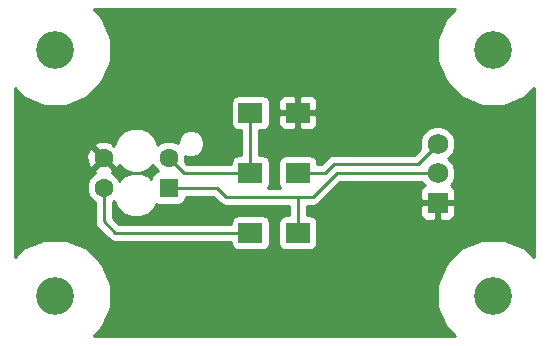
<source format=gbr>
G04 #@! TF.FileFunction,Copper,L1,Top,Signal*
%FSLAX46Y46*%
G04 Gerber Fmt 4.6, Leading zero omitted, Abs format (unit mm)*
G04 Created by KiCad (PCBNEW 4.0.3+e1-6302~38~ubuntu15.04.1-stable) date Sun Sep 11 23:38:22 2016*
%MOMM*%
%LPD*%
G01*
G04 APERTURE LIST*
%ADD10C,0.100000*%
%ADD11C,3.200000*%
%ADD12R,2.000000X1.700000*%
%ADD13R,1.600000X1.600000*%
%ADD14C,1.600000*%
%ADD15R,1.750000X1.750000*%
%ADD16C,1.750000*%
%ADD17C,0.250000*%
%ADD18C,0.254000*%
G04 APERTURE END LIST*
D10*
D11*
X132842000Y-87376000D03*
X169926000Y-87376000D03*
X132842000Y-108204000D03*
X169926000Y-108204000D03*
D12*
X149384000Y-92710000D03*
X153384000Y-92710000D03*
X153384000Y-97790000D03*
X149384000Y-97790000D03*
X153384000Y-102870000D03*
X149384000Y-102870000D03*
D13*
X142450000Y-99060000D03*
D14*
X142450000Y-96520000D03*
X136950000Y-96520000D03*
X136950000Y-99060000D03*
D15*
X165227000Y-100330000D03*
D16*
X165227000Y-97830000D03*
X165227000Y-95330000D03*
D17*
X149384000Y-97790000D02*
X143720000Y-97790000D01*
X143720000Y-97790000D02*
X142450000Y-96520000D01*
X149384000Y-97790000D02*
X149384000Y-92710000D01*
X149384000Y-102870000D02*
X137922000Y-102870000D01*
X136950000Y-101898000D02*
X136950000Y-99060000D01*
X137922000Y-102870000D02*
X136950000Y-101898000D01*
X165227000Y-95330000D02*
X165227000Y-95374998D01*
X165227000Y-95374998D02*
X163573998Y-97028000D01*
X163573998Y-97028000D02*
X156464000Y-97028000D01*
X155194000Y-97790000D02*
X155702000Y-97790000D01*
X155702000Y-97790000D02*
X156464000Y-97028000D01*
X153384000Y-97790000D02*
X155194000Y-97790000D01*
X165227000Y-97830000D02*
X156678000Y-97830000D01*
X156678000Y-97830000D02*
X155956000Y-98552000D01*
X147320000Y-99822000D02*
X153384000Y-99822000D01*
X146558000Y-99060000D02*
X147320000Y-99822000D01*
X142450000Y-99060000D02*
X146558000Y-99060000D01*
X153384000Y-101346000D02*
X153384000Y-99822000D01*
X153384000Y-99822000D02*
X154686000Y-99822000D01*
X154686000Y-99822000D02*
X155956000Y-98552000D01*
X153384000Y-102870000D02*
X153384000Y-101346000D01*
D18*
G36*
X165920981Y-84694874D02*
X165199823Y-86431617D01*
X165198182Y-88312133D01*
X165916308Y-90050132D01*
X167244874Y-91381019D01*
X168981617Y-92102177D01*
X170862133Y-92103818D01*
X172600132Y-91385692D01*
X173355000Y-90632141D01*
X173355000Y-104948161D01*
X172607126Y-104198981D01*
X170870383Y-103477823D01*
X168989867Y-103476182D01*
X167251868Y-104194308D01*
X165920981Y-105522874D01*
X165199823Y-107259617D01*
X165198182Y-109140133D01*
X165916308Y-110878132D01*
X166669859Y-111633000D01*
X136097839Y-111633000D01*
X136847019Y-110885126D01*
X137568177Y-109148383D01*
X137569818Y-107267867D01*
X136851692Y-105529868D01*
X135523126Y-104198981D01*
X133786383Y-103477823D01*
X131905867Y-103476182D01*
X130167868Y-104194308D01*
X129413000Y-104947859D01*
X129413000Y-99344187D01*
X135514752Y-99344187D01*
X135732757Y-99871800D01*
X136136077Y-100275824D01*
X136190000Y-100298215D01*
X136190000Y-101898000D01*
X136247852Y-102188839D01*
X136412599Y-102435401D01*
X137384599Y-103407401D01*
X137631161Y-103572148D01*
X137922000Y-103630000D01*
X147736560Y-103630000D01*
X147736560Y-103720000D01*
X147780838Y-103955317D01*
X147919910Y-104171441D01*
X148132110Y-104316431D01*
X148384000Y-104367440D01*
X150384000Y-104367440D01*
X150619317Y-104323162D01*
X150835441Y-104184090D01*
X150980431Y-103971890D01*
X151031440Y-103720000D01*
X151031440Y-102020000D01*
X150987162Y-101784683D01*
X150848090Y-101568559D01*
X150635890Y-101423569D01*
X150384000Y-101372560D01*
X148384000Y-101372560D01*
X148148683Y-101416838D01*
X147932559Y-101555910D01*
X147787569Y-101768110D01*
X147736560Y-102020000D01*
X147736560Y-102110000D01*
X138236802Y-102110000D01*
X137710000Y-101583198D01*
X137710000Y-100298646D01*
X137761800Y-100277243D01*
X137861817Y-100177400D01*
X138101043Y-100756372D01*
X138630839Y-101287093D01*
X139323405Y-101574672D01*
X140073305Y-101575326D01*
X140766372Y-101288957D01*
X141297093Y-100759161D01*
X141420883Y-100461043D01*
X141650000Y-100507440D01*
X143250000Y-100507440D01*
X143485317Y-100463162D01*
X143701441Y-100324090D01*
X143846431Y-100111890D01*
X143897440Y-99860000D01*
X143897440Y-99820000D01*
X146243198Y-99820000D01*
X146782599Y-100359401D01*
X147029161Y-100524148D01*
X147320000Y-100582000D01*
X152624000Y-100582000D01*
X152624000Y-101372560D01*
X152384000Y-101372560D01*
X152148683Y-101416838D01*
X151932559Y-101555910D01*
X151787569Y-101768110D01*
X151736560Y-102020000D01*
X151736560Y-103720000D01*
X151780838Y-103955317D01*
X151919910Y-104171441D01*
X152132110Y-104316431D01*
X152384000Y-104367440D01*
X154384000Y-104367440D01*
X154619317Y-104323162D01*
X154835441Y-104184090D01*
X154980431Y-103971890D01*
X155031440Y-103720000D01*
X155031440Y-102020000D01*
X154987162Y-101784683D01*
X154848090Y-101568559D01*
X154635890Y-101423569D01*
X154384000Y-101372560D01*
X154144000Y-101372560D01*
X154144000Y-100615750D01*
X163717000Y-100615750D01*
X163717000Y-101331309D01*
X163813673Y-101564698D01*
X163992301Y-101743327D01*
X164225690Y-101840000D01*
X164941250Y-101840000D01*
X165100000Y-101681250D01*
X165100000Y-100457000D01*
X165354000Y-100457000D01*
X165354000Y-101681250D01*
X165512750Y-101840000D01*
X166228310Y-101840000D01*
X166461699Y-101743327D01*
X166640327Y-101564698D01*
X166737000Y-101331309D01*
X166737000Y-100615750D01*
X166578250Y-100457000D01*
X165354000Y-100457000D01*
X165100000Y-100457000D01*
X163875750Y-100457000D01*
X163717000Y-100615750D01*
X154144000Y-100615750D01*
X154144000Y-100582000D01*
X154686000Y-100582000D01*
X154976839Y-100524148D01*
X155223401Y-100359401D01*
X156992802Y-98590000D01*
X163907203Y-98590000D01*
X163946138Y-98684229D01*
X164123802Y-98862203D01*
X163992301Y-98916673D01*
X163813673Y-99095302D01*
X163717000Y-99328691D01*
X163717000Y-100044250D01*
X163875750Y-100203000D01*
X165100000Y-100203000D01*
X165100000Y-100183000D01*
X165354000Y-100183000D01*
X165354000Y-100203000D01*
X166578250Y-100203000D01*
X166737000Y-100044250D01*
X166737000Y-99328691D01*
X166640327Y-99095302D01*
X166461699Y-98916673D01*
X166330286Y-98862240D01*
X166506370Y-98686463D01*
X166736738Y-98131675D01*
X166737262Y-97530960D01*
X166507862Y-96975771D01*
X166112464Y-96579682D01*
X166506370Y-96186463D01*
X166736738Y-95631675D01*
X166737262Y-95030960D01*
X166507862Y-94475771D01*
X166083463Y-94050630D01*
X165528675Y-93820262D01*
X164927960Y-93819738D01*
X164372771Y-94049138D01*
X163947630Y-94473537D01*
X163717262Y-95028325D01*
X163716738Y-95629040D01*
X163769781Y-95757415D01*
X163259196Y-96268000D01*
X156464000Y-96268000D01*
X156173161Y-96325852D01*
X155926599Y-96490599D01*
X155387198Y-97030000D01*
X155031440Y-97030000D01*
X155031440Y-96940000D01*
X154987162Y-96704683D01*
X154848090Y-96488559D01*
X154635890Y-96343569D01*
X154384000Y-96292560D01*
X152384000Y-96292560D01*
X152148683Y-96336838D01*
X151932559Y-96475910D01*
X151787569Y-96688110D01*
X151736560Y-96940000D01*
X151736560Y-98640000D01*
X151780838Y-98875317D01*
X151900965Y-99062000D01*
X150864200Y-99062000D01*
X150980431Y-98891890D01*
X151031440Y-98640000D01*
X151031440Y-96940000D01*
X150987162Y-96704683D01*
X150848090Y-96488559D01*
X150635890Y-96343569D01*
X150384000Y-96292560D01*
X150144000Y-96292560D01*
X150144000Y-94207440D01*
X150384000Y-94207440D01*
X150619317Y-94163162D01*
X150835441Y-94024090D01*
X150980431Y-93811890D01*
X151031440Y-93560000D01*
X151031440Y-92995750D01*
X151749000Y-92995750D01*
X151749000Y-93686310D01*
X151845673Y-93919699D01*
X152024302Y-94098327D01*
X152257691Y-94195000D01*
X153098250Y-94195000D01*
X153257000Y-94036250D01*
X153257000Y-92837000D01*
X153511000Y-92837000D01*
X153511000Y-94036250D01*
X153669750Y-94195000D01*
X154510309Y-94195000D01*
X154743698Y-94098327D01*
X154922327Y-93919699D01*
X155019000Y-93686310D01*
X155019000Y-92995750D01*
X154860250Y-92837000D01*
X153511000Y-92837000D01*
X153257000Y-92837000D01*
X151907750Y-92837000D01*
X151749000Y-92995750D01*
X151031440Y-92995750D01*
X151031440Y-91860000D01*
X151007674Y-91733690D01*
X151749000Y-91733690D01*
X151749000Y-92424250D01*
X151907750Y-92583000D01*
X153257000Y-92583000D01*
X153257000Y-91383750D01*
X153511000Y-91383750D01*
X153511000Y-92583000D01*
X154860250Y-92583000D01*
X155019000Y-92424250D01*
X155019000Y-91733690D01*
X154922327Y-91500301D01*
X154743698Y-91321673D01*
X154510309Y-91225000D01*
X153669750Y-91225000D01*
X153511000Y-91383750D01*
X153257000Y-91383750D01*
X153098250Y-91225000D01*
X152257691Y-91225000D01*
X152024302Y-91321673D01*
X151845673Y-91500301D01*
X151749000Y-91733690D01*
X151007674Y-91733690D01*
X150987162Y-91624683D01*
X150848090Y-91408559D01*
X150635890Y-91263569D01*
X150384000Y-91212560D01*
X148384000Y-91212560D01*
X148148683Y-91256838D01*
X147932559Y-91395910D01*
X147787569Y-91608110D01*
X147736560Y-91860000D01*
X147736560Y-93560000D01*
X147780838Y-93795317D01*
X147919910Y-94011441D01*
X148132110Y-94156431D01*
X148384000Y-94207440D01*
X148624000Y-94207440D01*
X148624000Y-96292560D01*
X148384000Y-96292560D01*
X148148683Y-96336838D01*
X147932559Y-96475910D01*
X147787569Y-96688110D01*
X147736560Y-96940000D01*
X147736560Y-97030000D01*
X144034802Y-97030000D01*
X143863256Y-96858454D01*
X143884750Y-96806691D01*
X143885126Y-96375927D01*
X144123244Y-96474803D01*
X144574775Y-96475197D01*
X144992086Y-96302767D01*
X145311645Y-95983765D01*
X145484803Y-95566756D01*
X145485197Y-95115225D01*
X145312767Y-94697914D01*
X144993765Y-94378355D01*
X144576756Y-94205197D01*
X144125225Y-94204803D01*
X143707914Y-94377233D01*
X143388355Y-94696235D01*
X143215197Y-95113244D01*
X143215048Y-95283881D01*
X142736691Y-95085250D01*
X142165813Y-95084752D01*
X141638200Y-95302757D01*
X141538183Y-95402600D01*
X141298957Y-94823628D01*
X140769161Y-94292907D01*
X140076595Y-94005328D01*
X139326695Y-94004674D01*
X138633628Y-94291043D01*
X138102907Y-94820839D01*
X137842554Y-95447838D01*
X137778139Y-95512253D01*
X137704005Y-95266136D01*
X137166777Y-95073035D01*
X136596546Y-95100222D01*
X136195995Y-95266136D01*
X136121861Y-95512255D01*
X136950000Y-96340395D01*
X136964142Y-96326252D01*
X137143748Y-96505858D01*
X137129605Y-96520000D01*
X137957745Y-97348139D01*
X138203864Y-97274005D01*
X138260587Y-97116195D01*
X138630839Y-97487093D01*
X139323405Y-97774672D01*
X140073305Y-97775326D01*
X140766372Y-97488957D01*
X141142536Y-97113449D01*
X141232757Y-97331800D01*
X141534688Y-97634258D01*
X141414683Y-97656838D01*
X141198559Y-97795910D01*
X141053569Y-98008110D01*
X141002560Y-98260000D01*
X141002560Y-98326714D01*
X140769161Y-98092907D01*
X140076595Y-97805328D01*
X139326695Y-97804674D01*
X138633628Y-98091043D01*
X138257464Y-98466551D01*
X138167243Y-98248200D01*
X137763923Y-97844176D01*
X137649232Y-97796552D01*
X137704005Y-97773864D01*
X137778139Y-97527745D01*
X136950000Y-96699605D01*
X136121861Y-97527745D01*
X136195995Y-97773864D01*
X136254254Y-97794805D01*
X136138200Y-97842757D01*
X135734176Y-98246077D01*
X135515250Y-98773309D01*
X135514752Y-99344187D01*
X129413000Y-99344187D01*
X129413000Y-96303223D01*
X135503035Y-96303223D01*
X135530222Y-96873454D01*
X135696136Y-97274005D01*
X135942255Y-97348139D01*
X136770395Y-96520000D01*
X135942255Y-95691861D01*
X135696136Y-95765995D01*
X135503035Y-96303223D01*
X129413000Y-96303223D01*
X129413000Y-90631839D01*
X130160874Y-91381019D01*
X131897617Y-92102177D01*
X133778133Y-92103818D01*
X135516132Y-91385692D01*
X136847019Y-90057126D01*
X137568177Y-88320383D01*
X137569818Y-86439867D01*
X136851692Y-84701868D01*
X136098141Y-83947000D01*
X166670161Y-83947000D01*
X165920981Y-84694874D01*
X165920981Y-84694874D01*
G37*
X165920981Y-84694874D02*
X165199823Y-86431617D01*
X165198182Y-88312133D01*
X165916308Y-90050132D01*
X167244874Y-91381019D01*
X168981617Y-92102177D01*
X170862133Y-92103818D01*
X172600132Y-91385692D01*
X173355000Y-90632141D01*
X173355000Y-104948161D01*
X172607126Y-104198981D01*
X170870383Y-103477823D01*
X168989867Y-103476182D01*
X167251868Y-104194308D01*
X165920981Y-105522874D01*
X165199823Y-107259617D01*
X165198182Y-109140133D01*
X165916308Y-110878132D01*
X166669859Y-111633000D01*
X136097839Y-111633000D01*
X136847019Y-110885126D01*
X137568177Y-109148383D01*
X137569818Y-107267867D01*
X136851692Y-105529868D01*
X135523126Y-104198981D01*
X133786383Y-103477823D01*
X131905867Y-103476182D01*
X130167868Y-104194308D01*
X129413000Y-104947859D01*
X129413000Y-99344187D01*
X135514752Y-99344187D01*
X135732757Y-99871800D01*
X136136077Y-100275824D01*
X136190000Y-100298215D01*
X136190000Y-101898000D01*
X136247852Y-102188839D01*
X136412599Y-102435401D01*
X137384599Y-103407401D01*
X137631161Y-103572148D01*
X137922000Y-103630000D01*
X147736560Y-103630000D01*
X147736560Y-103720000D01*
X147780838Y-103955317D01*
X147919910Y-104171441D01*
X148132110Y-104316431D01*
X148384000Y-104367440D01*
X150384000Y-104367440D01*
X150619317Y-104323162D01*
X150835441Y-104184090D01*
X150980431Y-103971890D01*
X151031440Y-103720000D01*
X151031440Y-102020000D01*
X150987162Y-101784683D01*
X150848090Y-101568559D01*
X150635890Y-101423569D01*
X150384000Y-101372560D01*
X148384000Y-101372560D01*
X148148683Y-101416838D01*
X147932559Y-101555910D01*
X147787569Y-101768110D01*
X147736560Y-102020000D01*
X147736560Y-102110000D01*
X138236802Y-102110000D01*
X137710000Y-101583198D01*
X137710000Y-100298646D01*
X137761800Y-100277243D01*
X137861817Y-100177400D01*
X138101043Y-100756372D01*
X138630839Y-101287093D01*
X139323405Y-101574672D01*
X140073305Y-101575326D01*
X140766372Y-101288957D01*
X141297093Y-100759161D01*
X141420883Y-100461043D01*
X141650000Y-100507440D01*
X143250000Y-100507440D01*
X143485317Y-100463162D01*
X143701441Y-100324090D01*
X143846431Y-100111890D01*
X143897440Y-99860000D01*
X143897440Y-99820000D01*
X146243198Y-99820000D01*
X146782599Y-100359401D01*
X147029161Y-100524148D01*
X147320000Y-100582000D01*
X152624000Y-100582000D01*
X152624000Y-101372560D01*
X152384000Y-101372560D01*
X152148683Y-101416838D01*
X151932559Y-101555910D01*
X151787569Y-101768110D01*
X151736560Y-102020000D01*
X151736560Y-103720000D01*
X151780838Y-103955317D01*
X151919910Y-104171441D01*
X152132110Y-104316431D01*
X152384000Y-104367440D01*
X154384000Y-104367440D01*
X154619317Y-104323162D01*
X154835441Y-104184090D01*
X154980431Y-103971890D01*
X155031440Y-103720000D01*
X155031440Y-102020000D01*
X154987162Y-101784683D01*
X154848090Y-101568559D01*
X154635890Y-101423569D01*
X154384000Y-101372560D01*
X154144000Y-101372560D01*
X154144000Y-100615750D01*
X163717000Y-100615750D01*
X163717000Y-101331309D01*
X163813673Y-101564698D01*
X163992301Y-101743327D01*
X164225690Y-101840000D01*
X164941250Y-101840000D01*
X165100000Y-101681250D01*
X165100000Y-100457000D01*
X165354000Y-100457000D01*
X165354000Y-101681250D01*
X165512750Y-101840000D01*
X166228310Y-101840000D01*
X166461699Y-101743327D01*
X166640327Y-101564698D01*
X166737000Y-101331309D01*
X166737000Y-100615750D01*
X166578250Y-100457000D01*
X165354000Y-100457000D01*
X165100000Y-100457000D01*
X163875750Y-100457000D01*
X163717000Y-100615750D01*
X154144000Y-100615750D01*
X154144000Y-100582000D01*
X154686000Y-100582000D01*
X154976839Y-100524148D01*
X155223401Y-100359401D01*
X156992802Y-98590000D01*
X163907203Y-98590000D01*
X163946138Y-98684229D01*
X164123802Y-98862203D01*
X163992301Y-98916673D01*
X163813673Y-99095302D01*
X163717000Y-99328691D01*
X163717000Y-100044250D01*
X163875750Y-100203000D01*
X165100000Y-100203000D01*
X165100000Y-100183000D01*
X165354000Y-100183000D01*
X165354000Y-100203000D01*
X166578250Y-100203000D01*
X166737000Y-100044250D01*
X166737000Y-99328691D01*
X166640327Y-99095302D01*
X166461699Y-98916673D01*
X166330286Y-98862240D01*
X166506370Y-98686463D01*
X166736738Y-98131675D01*
X166737262Y-97530960D01*
X166507862Y-96975771D01*
X166112464Y-96579682D01*
X166506370Y-96186463D01*
X166736738Y-95631675D01*
X166737262Y-95030960D01*
X166507862Y-94475771D01*
X166083463Y-94050630D01*
X165528675Y-93820262D01*
X164927960Y-93819738D01*
X164372771Y-94049138D01*
X163947630Y-94473537D01*
X163717262Y-95028325D01*
X163716738Y-95629040D01*
X163769781Y-95757415D01*
X163259196Y-96268000D01*
X156464000Y-96268000D01*
X156173161Y-96325852D01*
X155926599Y-96490599D01*
X155387198Y-97030000D01*
X155031440Y-97030000D01*
X155031440Y-96940000D01*
X154987162Y-96704683D01*
X154848090Y-96488559D01*
X154635890Y-96343569D01*
X154384000Y-96292560D01*
X152384000Y-96292560D01*
X152148683Y-96336838D01*
X151932559Y-96475910D01*
X151787569Y-96688110D01*
X151736560Y-96940000D01*
X151736560Y-98640000D01*
X151780838Y-98875317D01*
X151900965Y-99062000D01*
X150864200Y-99062000D01*
X150980431Y-98891890D01*
X151031440Y-98640000D01*
X151031440Y-96940000D01*
X150987162Y-96704683D01*
X150848090Y-96488559D01*
X150635890Y-96343569D01*
X150384000Y-96292560D01*
X150144000Y-96292560D01*
X150144000Y-94207440D01*
X150384000Y-94207440D01*
X150619317Y-94163162D01*
X150835441Y-94024090D01*
X150980431Y-93811890D01*
X151031440Y-93560000D01*
X151031440Y-92995750D01*
X151749000Y-92995750D01*
X151749000Y-93686310D01*
X151845673Y-93919699D01*
X152024302Y-94098327D01*
X152257691Y-94195000D01*
X153098250Y-94195000D01*
X153257000Y-94036250D01*
X153257000Y-92837000D01*
X153511000Y-92837000D01*
X153511000Y-94036250D01*
X153669750Y-94195000D01*
X154510309Y-94195000D01*
X154743698Y-94098327D01*
X154922327Y-93919699D01*
X155019000Y-93686310D01*
X155019000Y-92995750D01*
X154860250Y-92837000D01*
X153511000Y-92837000D01*
X153257000Y-92837000D01*
X151907750Y-92837000D01*
X151749000Y-92995750D01*
X151031440Y-92995750D01*
X151031440Y-91860000D01*
X151007674Y-91733690D01*
X151749000Y-91733690D01*
X151749000Y-92424250D01*
X151907750Y-92583000D01*
X153257000Y-92583000D01*
X153257000Y-91383750D01*
X153511000Y-91383750D01*
X153511000Y-92583000D01*
X154860250Y-92583000D01*
X155019000Y-92424250D01*
X155019000Y-91733690D01*
X154922327Y-91500301D01*
X154743698Y-91321673D01*
X154510309Y-91225000D01*
X153669750Y-91225000D01*
X153511000Y-91383750D01*
X153257000Y-91383750D01*
X153098250Y-91225000D01*
X152257691Y-91225000D01*
X152024302Y-91321673D01*
X151845673Y-91500301D01*
X151749000Y-91733690D01*
X151007674Y-91733690D01*
X150987162Y-91624683D01*
X150848090Y-91408559D01*
X150635890Y-91263569D01*
X150384000Y-91212560D01*
X148384000Y-91212560D01*
X148148683Y-91256838D01*
X147932559Y-91395910D01*
X147787569Y-91608110D01*
X147736560Y-91860000D01*
X147736560Y-93560000D01*
X147780838Y-93795317D01*
X147919910Y-94011441D01*
X148132110Y-94156431D01*
X148384000Y-94207440D01*
X148624000Y-94207440D01*
X148624000Y-96292560D01*
X148384000Y-96292560D01*
X148148683Y-96336838D01*
X147932559Y-96475910D01*
X147787569Y-96688110D01*
X147736560Y-96940000D01*
X147736560Y-97030000D01*
X144034802Y-97030000D01*
X143863256Y-96858454D01*
X143884750Y-96806691D01*
X143885126Y-96375927D01*
X144123244Y-96474803D01*
X144574775Y-96475197D01*
X144992086Y-96302767D01*
X145311645Y-95983765D01*
X145484803Y-95566756D01*
X145485197Y-95115225D01*
X145312767Y-94697914D01*
X144993765Y-94378355D01*
X144576756Y-94205197D01*
X144125225Y-94204803D01*
X143707914Y-94377233D01*
X143388355Y-94696235D01*
X143215197Y-95113244D01*
X143215048Y-95283881D01*
X142736691Y-95085250D01*
X142165813Y-95084752D01*
X141638200Y-95302757D01*
X141538183Y-95402600D01*
X141298957Y-94823628D01*
X140769161Y-94292907D01*
X140076595Y-94005328D01*
X139326695Y-94004674D01*
X138633628Y-94291043D01*
X138102907Y-94820839D01*
X137842554Y-95447838D01*
X137778139Y-95512253D01*
X137704005Y-95266136D01*
X137166777Y-95073035D01*
X136596546Y-95100222D01*
X136195995Y-95266136D01*
X136121861Y-95512255D01*
X136950000Y-96340395D01*
X136964142Y-96326252D01*
X137143748Y-96505858D01*
X137129605Y-96520000D01*
X137957745Y-97348139D01*
X138203864Y-97274005D01*
X138260587Y-97116195D01*
X138630839Y-97487093D01*
X139323405Y-97774672D01*
X140073305Y-97775326D01*
X140766372Y-97488957D01*
X141142536Y-97113449D01*
X141232757Y-97331800D01*
X141534688Y-97634258D01*
X141414683Y-97656838D01*
X141198559Y-97795910D01*
X141053569Y-98008110D01*
X141002560Y-98260000D01*
X141002560Y-98326714D01*
X140769161Y-98092907D01*
X140076595Y-97805328D01*
X139326695Y-97804674D01*
X138633628Y-98091043D01*
X138257464Y-98466551D01*
X138167243Y-98248200D01*
X137763923Y-97844176D01*
X137649232Y-97796552D01*
X137704005Y-97773864D01*
X137778139Y-97527745D01*
X136950000Y-96699605D01*
X136121861Y-97527745D01*
X136195995Y-97773864D01*
X136254254Y-97794805D01*
X136138200Y-97842757D01*
X135734176Y-98246077D01*
X135515250Y-98773309D01*
X135514752Y-99344187D01*
X129413000Y-99344187D01*
X129413000Y-96303223D01*
X135503035Y-96303223D01*
X135530222Y-96873454D01*
X135696136Y-97274005D01*
X135942255Y-97348139D01*
X136770395Y-96520000D01*
X135942255Y-95691861D01*
X135696136Y-95765995D01*
X135503035Y-96303223D01*
X129413000Y-96303223D01*
X129413000Y-90631839D01*
X130160874Y-91381019D01*
X131897617Y-92102177D01*
X133778133Y-92103818D01*
X135516132Y-91385692D01*
X136847019Y-90057126D01*
X137568177Y-88320383D01*
X137569818Y-86439867D01*
X136851692Y-84701868D01*
X136098141Y-83947000D01*
X166670161Y-83947000D01*
X165920981Y-84694874D01*
M02*

</source>
